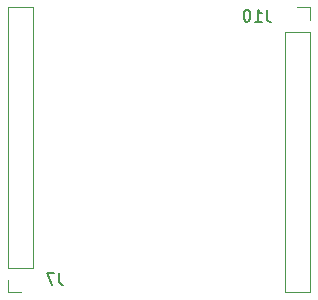
<source format=gbr>
G04 #@! TF.GenerationSoftware,KiCad,Pcbnew,5.1.5-rc1*
G04 #@! TF.CreationDate,2019-11-07T02:23:59+00:00*
G04 #@! TF.ProjectId,substrate_adapter,73756273-7472-4617-9465-5f6164617074,rev?*
G04 #@! TF.SameCoordinates,Original*
G04 #@! TF.FileFunction,Legend,Bot*
G04 #@! TF.FilePolarity,Positive*
%FSLAX46Y46*%
G04 Gerber Fmt 4.6, Leading zero omitted, Abs format (unit mm)*
G04 Created by KiCad (PCBNEW 5.1.5-rc1) date 2019-11-07 02:23:59*
%MOMM*%
%LPD*%
G04 APERTURE LIST*
%ADD10C,0.120000*%
%ADD11C,0.150000*%
G04 APERTURE END LIST*
D10*
X-12760000Y-12060000D02*
X-11700000Y-12060000D01*
X-12760000Y-11000000D02*
X-12760000Y-12060000D01*
X-12760000Y-10000000D02*
X-10640000Y-10000000D01*
X-10640000Y-10000000D02*
X-10640000Y12060000D01*
X-12760000Y-10000000D02*
X-12760000Y12060000D01*
X-12760000Y12060000D02*
X-10640000Y12060000D01*
X12760000Y12060000D02*
X11700000Y12060000D01*
X12760000Y11000000D02*
X12760000Y12060000D01*
X12760000Y10000000D02*
X10640000Y10000000D01*
X10640000Y10000000D02*
X10640000Y-12060000D01*
X12760000Y10000000D02*
X12760000Y-12060000D01*
X12760000Y-12060000D02*
X10640000Y-12060000D01*
D11*
X-8466666Y-10452380D02*
X-8466666Y-11166666D01*
X-8419047Y-11309523D01*
X-8323809Y-11404761D01*
X-8180952Y-11452380D01*
X-8085714Y-11452380D01*
X-8847619Y-10452380D02*
X-9514285Y-10452380D01*
X-9085714Y-11452380D01*
X9109523Y11847619D02*
X9109523Y11133333D01*
X9157142Y10990476D01*
X9252380Y10895238D01*
X9395238Y10847619D01*
X9490476Y10847619D01*
X8109523Y10847619D02*
X8680952Y10847619D01*
X8395238Y10847619D02*
X8395238Y11847619D01*
X8490476Y11704761D01*
X8585714Y11609523D01*
X8680952Y11561904D01*
X7490476Y11847619D02*
X7395238Y11847619D01*
X7300000Y11800000D01*
X7252380Y11752380D01*
X7204761Y11657142D01*
X7157142Y11466666D01*
X7157142Y11228571D01*
X7204761Y11038095D01*
X7252380Y10942857D01*
X7300000Y10895238D01*
X7395238Y10847619D01*
X7490476Y10847619D01*
X7585714Y10895238D01*
X7633333Y10942857D01*
X7680952Y11038095D01*
X7728571Y11228571D01*
X7728571Y11466666D01*
X7680952Y11657142D01*
X7633333Y11752380D01*
X7585714Y11800000D01*
X7490476Y11847619D01*
M02*

</source>
